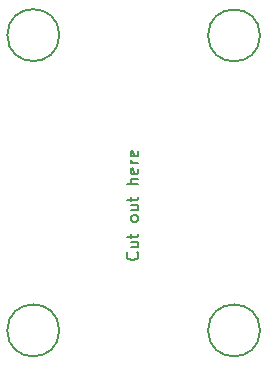
<source format=gbr>
G04 #@! TF.GenerationSoftware,KiCad,Pcbnew,(5.1.5)-3*
G04 #@! TF.CreationDate,2021-07-20T23:34:01+09:00*
G04 #@! TF.ProjectId,pmw3360,706d7733-3336-4302-9e6b-696361645f70,rev?*
G04 #@! TF.SameCoordinates,PX5b136e0PY4bcb138*
G04 #@! TF.FileFunction,Other,Comment*
%FSLAX46Y46*%
G04 Gerber Fmt 4.6, Leading zero omitted, Abs format (unit mm)*
G04 Created by KiCad (PCBNEW (5.1.5)-3) date 2021-07-20 23:34:01*
%MOMM*%
%LPD*%
G04 APERTURE LIST*
%ADD10C,0.150000*%
G04 APERTURE END LIST*
D10*
X11307142Y-20900000D02*
X11354761Y-20947619D01*
X11402380Y-21090476D01*
X11402380Y-21185714D01*
X11354761Y-21328571D01*
X11259523Y-21423809D01*
X11164285Y-21471428D01*
X10973809Y-21519047D01*
X10830952Y-21519047D01*
X10640476Y-21471428D01*
X10545238Y-21423809D01*
X10450000Y-21328571D01*
X10402380Y-21185714D01*
X10402380Y-21090476D01*
X10450000Y-20947619D01*
X10497619Y-20900000D01*
X10735714Y-20042857D02*
X11402380Y-20042857D01*
X10735714Y-20471428D02*
X11259523Y-20471428D01*
X11354761Y-20423809D01*
X11402380Y-20328571D01*
X11402380Y-20185714D01*
X11354761Y-20090476D01*
X11307142Y-20042857D01*
X10735714Y-19709523D02*
X10735714Y-19328571D01*
X10402380Y-19566666D02*
X11259523Y-19566666D01*
X11354761Y-19519047D01*
X11402380Y-19423809D01*
X11402380Y-19328571D01*
X11402380Y-18090476D02*
X11354761Y-18185714D01*
X11307142Y-18233333D01*
X11211904Y-18280952D01*
X10926190Y-18280952D01*
X10830952Y-18233333D01*
X10783333Y-18185714D01*
X10735714Y-18090476D01*
X10735714Y-17947619D01*
X10783333Y-17852380D01*
X10830952Y-17804761D01*
X10926190Y-17757142D01*
X11211904Y-17757142D01*
X11307142Y-17804761D01*
X11354761Y-17852380D01*
X11402380Y-17947619D01*
X11402380Y-18090476D01*
X10735714Y-16900000D02*
X11402380Y-16900000D01*
X10735714Y-17328571D02*
X11259523Y-17328571D01*
X11354761Y-17280952D01*
X11402380Y-17185714D01*
X11402380Y-17042857D01*
X11354761Y-16947619D01*
X11307142Y-16900000D01*
X10735714Y-16566666D02*
X10735714Y-16185714D01*
X10402380Y-16423809D02*
X11259523Y-16423809D01*
X11354761Y-16376190D01*
X11402380Y-16280952D01*
X11402380Y-16185714D01*
X11402380Y-15090476D02*
X10402380Y-15090476D01*
X11402380Y-14661904D02*
X10878571Y-14661904D01*
X10783333Y-14709523D01*
X10735714Y-14804761D01*
X10735714Y-14947619D01*
X10783333Y-15042857D01*
X10830952Y-15090476D01*
X11354761Y-13804761D02*
X11402380Y-13900000D01*
X11402380Y-14090476D01*
X11354761Y-14185714D01*
X11259523Y-14233333D01*
X10878571Y-14233333D01*
X10783333Y-14185714D01*
X10735714Y-14090476D01*
X10735714Y-13900000D01*
X10783333Y-13804761D01*
X10878571Y-13757142D01*
X10973809Y-13757142D01*
X11069047Y-14233333D01*
X11402380Y-13328571D02*
X10735714Y-13328571D01*
X10926190Y-13328571D02*
X10830952Y-13280952D01*
X10783333Y-13233333D01*
X10735714Y-13138095D01*
X10735714Y-13042857D01*
X11354761Y-12328571D02*
X11402380Y-12423809D01*
X11402380Y-12614285D01*
X11354761Y-12709523D01*
X11259523Y-12757142D01*
X10878571Y-12757142D01*
X10783333Y-12709523D01*
X10735714Y-12614285D01*
X10735714Y-12423809D01*
X10783333Y-12328571D01*
X10878571Y-12280952D01*
X10973809Y-12280952D01*
X11069047Y-12757142D01*
X21700000Y-27500000D02*
G75*
G03X21700000Y-27500000I-2200000J0D01*
G01*
X4700000Y-27500000D02*
G75*
G03X4700000Y-27500000I-2200000J0D01*
G01*
X4700000Y-2500000D02*
G75*
G03X4700000Y-2500000I-2200000J0D01*
G01*
X21700000Y-2525000D02*
G75*
G03X21700000Y-2525000I-2200000J0D01*
G01*
M02*

</source>
